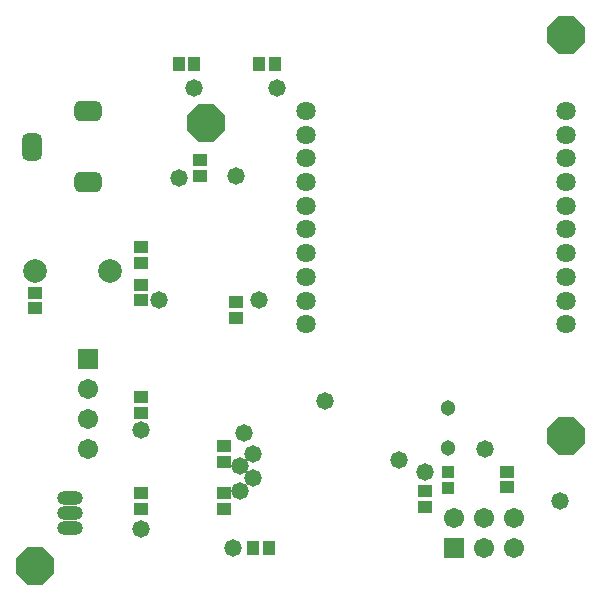
<source format=gbs>
G04*
G04 #@! TF.GenerationSoftware,Altium Limited,Altium Designer,20.2.3 (150)*
G04*
G04 Layer_Color=16711935*
%FSLAX25Y25*%
%MOIN*%
G70*
G04*
G04 #@! TF.SameCoordinates,04B84300-0102-4E37-A102-6184F8F0BFC0*
G04*
G04*
G04 #@! TF.FilePolarity,Negative*
G04*
G01*
G75*
%ADD28P,0.13650X8X22.5*%
%ADD29C,0.07887*%
%ADD30C,0.05131*%
%ADD31O,0.08674X0.04737*%
%ADD32O,0.08674X0.04737*%
%ADD33C,0.06706*%
%ADD34R,0.06706X0.06706*%
%ADD35R,0.06706X0.06706*%
%ADD36C,0.06434*%
G04:AMPARAMS|DCode=37|XSize=90.68mil|YSize=67.06mil|CornerRadius=18.76mil|HoleSize=0mil|Usage=FLASHONLY|Rotation=90.000|XOffset=0mil|YOffset=0mil|HoleType=Round|Shape=RoundedRectangle|*
%AMROUNDEDRECTD37*
21,1,0.09068,0.02953,0,0,90.0*
21,1,0.05315,0.06706,0,0,90.0*
1,1,0.03753,0.01476,0.02657*
1,1,0.03753,0.01476,-0.02657*
1,1,0.03753,-0.01476,-0.02657*
1,1,0.03753,-0.01476,0.02657*
%
%ADD37ROUNDEDRECTD37*%
G04:AMPARAMS|DCode=38|XSize=90.68mil|YSize=67.06mil|CornerRadius=18.76mil|HoleSize=0mil|Usage=FLASHONLY|Rotation=0.000|XOffset=0mil|YOffset=0mil|HoleType=Round|Shape=RoundedRectangle|*
%AMROUNDEDRECTD38*
21,1,0.09068,0.02953,0,0,0.0*
21,1,0.05315,0.06706,0,0,0.0*
1,1,0.03753,0.02657,-0.01476*
1,1,0.03753,-0.02657,-0.01476*
1,1,0.03753,-0.02657,0.01476*
1,1,0.03753,0.02657,0.01476*
%
%ADD38ROUNDEDRECTD38*%
%ADD39C,0.05800*%
%ADD57R,0.04147X0.04540*%
%ADD58R,0.04540X0.04147*%
%ADD59R,0.04737X0.04343*%
%ADD60R,0.04343X0.03950*%
D28*
X384008Y384008D02*
D03*
X206842Y206842D02*
D03*
X263929Y354480D02*
D03*
X384008Y250150D02*
D03*
D29*
X206842Y305268D02*
D03*
X232039D02*
D03*
D30*
X344638Y259598D02*
D03*
Y246213D02*
D03*
D31*
X218653Y229559D02*
D03*
Y219559D02*
D03*
D32*
Y224559D02*
D03*
D33*
X366449Y222748D02*
D03*
Y212748D02*
D03*
X356449Y222748D02*
D03*
Y212748D02*
D03*
X346449Y222748D02*
D03*
X224559Y246055D02*
D03*
Y256055D02*
D03*
Y266055D02*
D03*
D34*
X346449Y212748D02*
D03*
D35*
X224559Y276055D02*
D03*
D36*
X384008Y358606D02*
D03*
Y350701D02*
D03*
Y342795D02*
D03*
Y334890D02*
D03*
Y326984D02*
D03*
Y319079D02*
D03*
Y311173D02*
D03*
Y303268D02*
D03*
Y295362D02*
D03*
Y287457D02*
D03*
X297409D02*
D03*
Y295362D02*
D03*
Y303268D02*
D03*
Y311173D02*
D03*
Y319079D02*
D03*
Y326984D02*
D03*
Y334890D02*
D03*
Y342795D02*
D03*
Y350701D02*
D03*
Y358606D02*
D03*
D37*
X206055Y346606D02*
D03*
D38*
X224559Y358417D02*
D03*
Y334795D02*
D03*
D39*
X287551Y366291D02*
D03*
X272925Y212779D02*
D03*
X259992Y366291D02*
D03*
X382039Y228496D02*
D03*
X273772Y336764D02*
D03*
X336764Y238339D02*
D03*
X328351Y242112D02*
D03*
X281646Y295425D02*
D03*
X248181D02*
D03*
X255000Y336307D02*
D03*
X303559Y261961D02*
D03*
X356892Y245934D02*
D03*
X242255Y219268D02*
D03*
X242276Y252118D02*
D03*
X279677Y244244D02*
D03*
X275371Y232066D02*
D03*
X275119Y240342D02*
D03*
X279677Y236244D02*
D03*
X276736Y251146D02*
D03*
D57*
X279677Y212748D02*
D03*
X284795D02*
D03*
X259992Y374165D02*
D03*
X254874D02*
D03*
X286764D02*
D03*
X281646D02*
D03*
D58*
X206842Y292866D02*
D03*
Y297984D02*
D03*
X242276Y300543D02*
D03*
Y295425D02*
D03*
X364323Y238339D02*
D03*
Y233221D02*
D03*
D59*
X242276Y313142D02*
D03*
Y307827D02*
D03*
X273772Y289520D02*
D03*
Y294835D02*
D03*
X261961Y342079D02*
D03*
Y336764D02*
D03*
X336764Y226528D02*
D03*
Y231842D02*
D03*
X242276Y225839D02*
D03*
Y231153D02*
D03*
Y258024D02*
D03*
Y263339D02*
D03*
X269835Y225839D02*
D03*
Y231153D02*
D03*
Y246902D02*
D03*
Y241587D02*
D03*
D60*
X344638Y232827D02*
D03*
Y238339D02*
D03*
M02*

</source>
